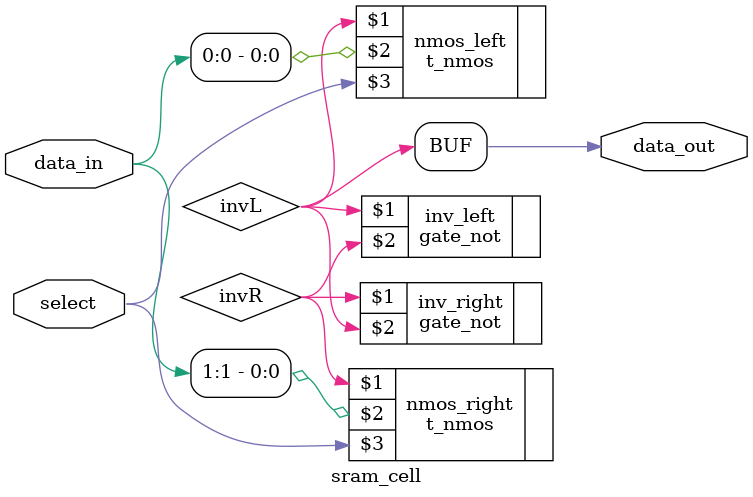
<source format=v>
module sram_cell(data_out, data_in, select);
   input  [1:0] data_in;
   input  select;
   output data_out;
   
   wire   invL, invR;

   t_nmos nmos_left  (invL, data_in[0], select);
   t_nmos nmos_right (invR, data_in[1], select);

   //   supply1 vcc;
   //   supply0 gdd;

   gate_not inv_left  (invL, invR);
   //   t_pmos pmos0(invL, vcc, invR);
   //   t_nmos nmos0(invL, gdd, invR);

   gate_not inv_right (invR, invL);   
   //   t_pmos pmos1(invR, vcc, invL);
   //   t_nmos nmos1(invR, gdd, invL);

   assign data_out = invL;
endmodule

</source>
